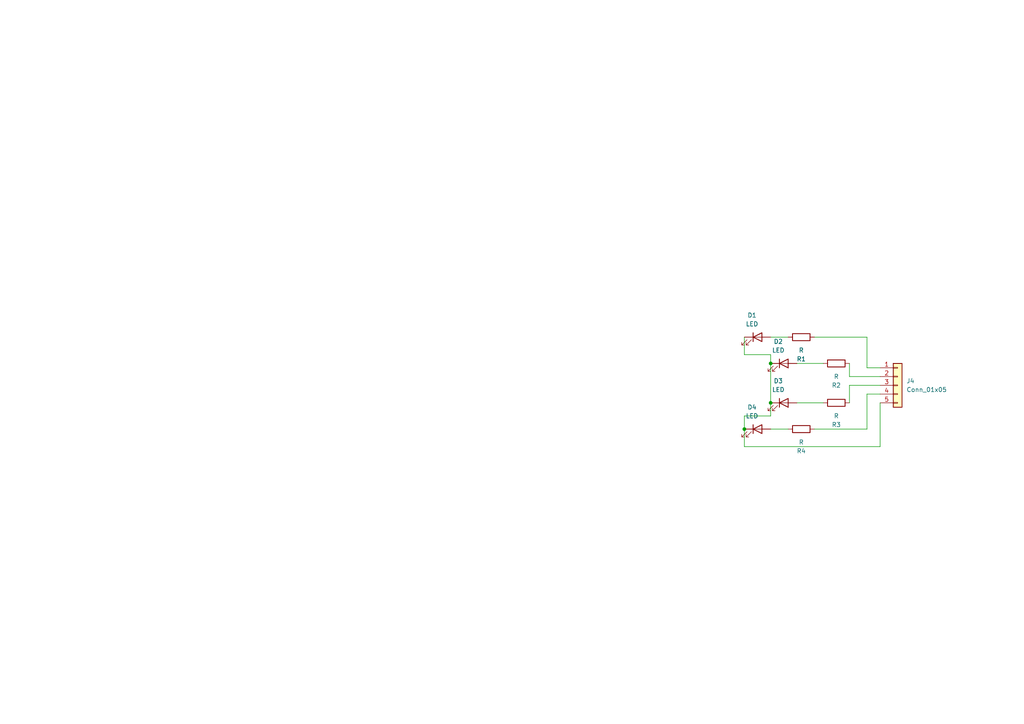
<source format=kicad_sch>
(kicad_sch (version 20230121) (generator eeschema)
  (paper "A4")
  (lib_symbols
    (symbol "Connector_Generic:Conn_01x05" (pin_names (offset 1.016) hide)
      (property "Reference" "J" (at 0 7.62 0))
      (property "Value" "Conn_01x05" (at 0 -7.62 0))
      (symbol "Conn_01x05_1_1"
        (rectangle (start -1.27 -4.953) (end 0 -5.207) (stroke (width 0.1524)))
        (rectangle (start -1.27 -2.413) (end 0 -2.667) (stroke (width 0.1524)))
        (rectangle (start -1.27 0.127) (end 0 -0.127) (stroke (width 0.1524)))
        (rectangle (start -1.27 2.667) (end 0 2.413) (stroke (width 0.1524)))
        (rectangle (start -1.27 5.207) (end 0 4.953) (stroke (width 0.1524)))
        (rectangle (start -1.27 6.35) (end 1.27 -6.35) (stroke (width 0.254)) (fill (type background)))
        (pin passive line (at -5.08 5.08 0) (length 3.81) (name "Pin_1") (number "1"))
        (pin passive line (at -5.08 2.54 0) (length 3.81) (name "Pin_2") (number "2"))
        (pin passive line (at -5.08 0 0) (length 3.81) (name "Pin_3") (number "3"))
        (pin passive line (at -5.08 -2.54 0) (length 3.81) (name "Pin_4") (number "4"))
        (pin passive line (at -5.08 -5.08 0) (length 3.81) (name "Pin_5") (number "5"))
      )
    )
    (symbol "Device:LED" (pin_numbers hide) (pin_names (offset 1.016) hide)
      (property "Reference" "D" (at 0 2.54 0))
      (property "Value" "LED" (at 0 -2.54 0))
      (symbol "LED_0_1"
        (polyline (pts (xy -1.27 -1.27) (xy -1.27 1.27)) (stroke (width 0.254)))
        (polyline (pts (xy -1.27 0) (xy 1.27 0)))
        (polyline (pts (xy 1.27 -1.27) (xy 1.27 1.27) (xy -1.27 0) (xy 1.27 -1.27)) (stroke (width 0.254)))
        (polyline (pts (xy -3.048 -0.762) (xy -4.572 -2.286) (xy -3.81 -2.286) (xy -4.572 -2.286) (xy -4.572 -1.524)))
        (polyline (pts (xy -1.778 -0.762) (xy -3.302 -2.286) (xy -2.54 -2.286) (xy -3.302 -2.286) (xy -3.302 -1.524)))
      )
      (symbol "LED_1_1"
        (pin passive line (at -3.81 0 0) (length 2.54) (name "K") (number "1"))
        (pin passive line (at 3.81 0 180) (length 2.54) (name "A") (number "2"))
      )
    )
    (symbol "Device:R" (pin_numbers hide) (pin_names (offset 0))
      (property "Reference" "R" (at 2.032 0 90))
      (property "Value" "R" (at 0 0 90))
      (symbol "R_0_1"
        (rectangle (start -1.016 -2.54) (end 1.016 2.54) (stroke (width 0.254)))
      )
      (symbol "R_1_1"
        (pin passive line (at 0 3.81 270) (length 1.27) (name "~") (number "1"))
        (pin passive line (at 0 -3.81 90) (length 1.27) (name "~") (number "2"))
      )
    )
  )
  (junction (at 215.9 124.46))
  (junction (at 223.52 105.41))
  (junction (at 223.52 116.84))
  (wire (pts (xy 255.27 109.22) (xy 246.38 109.22)))
  (wire (pts (xy 223.52 105.41) (xy 223.52 102.87)))
  (wire (pts (xy 215.9 120.65) (xy 223.52 120.65)))
  (wire (pts (xy 255.27 114.3) (xy 251.46 114.3)))
  (wire (pts (xy 223.52 97.79) (xy 228.6 97.79)))
  (wire (pts (xy 251.46 97.79) (xy 236.22 97.79)))
  (wire (pts (xy 246.38 109.22) (xy 246.38 105.41)))
  (wire (pts (xy 251.46 106.68) (xy 251.46 97.79)))
  (wire (pts (xy 255.27 116.84) (xy 255.27 129.54)))
  (wire (pts (xy 215.9 97.79) (xy 215.9 102.87)))
  (wire (pts (xy 251.46 106.68) (xy 255.27 106.68)))
  (wire (pts (xy 223.52 120.65) (xy 223.52 116.84)))
  (wire (pts (xy 255.27 111.76) (xy 246.38 111.76)))
  (wire (pts (xy 215.9 124.46) (xy 215.9 120.65)))
  (wire (pts (xy 246.38 111.76) (xy 246.38 116.84)))
  (wire (pts (xy 223.52 102.87) (xy 215.9 102.87)))
  (wire (pts (xy 231.14 116.84) (xy 238.76 116.84)))
  (wire (pts (xy 231.14 105.41) (xy 238.76 105.41)))
  (wire (pts (xy 223.52 105.41) (xy 223.52 116.84)))
  (wire (pts (xy 223.52 124.46) (xy 228.6 124.46)))
  (wire (pts (xy 215.9 129.54) (xy 215.9 124.46)))
  (wire (pts (xy 255.27 129.54) (xy 215.9 129.54)))
  (wire (pts (xy 236.22 124.46) (xy 251.46 124.46)))
  (wire (pts (xy 251.46 114.3) (xy 251.46 124.46)))
  (symbol (lib_id "Device:LED") (at 219.71 97.79 0) (unit 1)
    (property "Reference" "D1" (at 218.1225 91.44 0))
    (property "Value" "LED" (at 218.1225 93.98 0))
    (property "Footprint" "LED_SMD:LED_0805_2012Metric" (effects hide))
  )
  (symbol (lib_id "Device:LED") (at 227.33 105.41 0) (unit 1)
    (property "Reference" "D2" (at 225.7425 99.06 0))
    (property "Value" "LED" (at 225.7425 101.6 0))
    (property "Footprint" "LED_SMD:LED_0805_2012Metric" (effects hide))
  )
  (symbol (lib_id "Device:R") (at 242.57 116.84 270) (unit 1)
    (property "Reference" "R3" (at 242.57 123.19 90))
    (property "Value" "R" (at 242.57 120.65 90))
    (property "Footprint" "Resistor_SMD:R_0603_1608Metric" (effects hide))
  )
  (symbol (lib_id "Connector_Generic:Conn_01x05") (at 260.35 111.76 0) (unit 1)
    (property "Reference" "J4" (at 262.89 110.49 0) (effects (justify left)))
    (property "Value" "Conn_01x05" (at 262.89 113.03 0) (effects (justify left)))
    (property "Footprint" "Connector_PinHeader_1.27mm:PinHeader_1x05_P1.27mm_Horizontal" (effects hide))
  )
  (symbol (lib_id "Device:LED") (at 227.33 116.84 0) (unit 1)
    (property "Reference" "D3" (at 225.7425 110.49 0))
    (property "Value" "LED" (at 225.7425 113.03 0))
    (property "Footprint" "LED_SMD:LED_0805_2012Metric" (effects hide))
  )
  (symbol (lib_id "Device:R") (at 232.41 124.46 270) (unit 1)
    (property "Reference" "R4" (at 232.41 130.81 90))
    (property "Value" "R" (at 232.41 128.27 90))
    (property "Footprint" "Resistor_SMD:R_0603_1608Metric" (effects hide))
  )
  (symbol (lib_id "Device:LED") (at 219.71 124.46 0) (unit 1)
    (property "Reference" "D4" (at 218.1225 118.11 0))
    (property "Value" "LED" (at 218.1225 120.65 0))
    (property "Footprint" "LED_SMD:LED_0805_2012Metric" (effects hide))
  )
  (symbol (lib_id "Device:R") (at 242.57 105.41 270) (unit 1)
    (property "Reference" "R2" (at 242.57 111.76 90))
    (property "Value" "R" (at 242.57 109.22 90))
    (property "Footprint" "Resistor_SMD:R_0603_1608Metric" (effects hide))
  )
  (symbol (lib_id "Device:R") (at 232.41 97.79 270) (unit 1)
    (property "Reference" "R1" (at 232.41 104.14 90))
    (property "Value" "R" (at 232.41 101.6 90))
    (property "Footprint" "Resistor_SMD:R_0603_1608Metric" (effects hide))
  )
)
</source>
